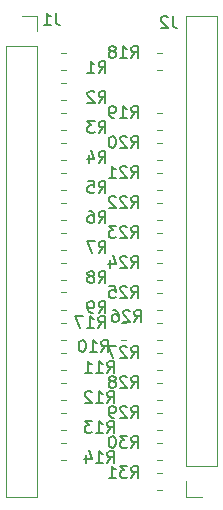
<source format=gbr>
%TF.GenerationSoftware,KiCad,Pcbnew,(6.0.10)*%
%TF.CreationDate,2022-12-29T18:40:38+01:00*%
%TF.ProjectId,DS1245Y_FRAM,44533132-3435-4595-9f46-52414d2e6b69,rev?*%
%TF.SameCoordinates,Original*%
%TF.FileFunction,Legend,Bot*%
%TF.FilePolarity,Positive*%
%FSLAX46Y46*%
G04 Gerber Fmt 4.6, Leading zero omitted, Abs format (unit mm)*
G04 Created by KiCad (PCBNEW (6.0.10)) date 2022-12-29 18:40:38*
%MOMM*%
%LPD*%
G01*
G04 APERTURE LIST*
%ADD10C,0.150000*%
%ADD11C,0.120000*%
G04 APERTURE END LIST*
D10*
%TO.C,R12*%
X58554857Y-82748380D02*
X58888190Y-82272190D01*
X59126285Y-82748380D02*
X59126285Y-81748380D01*
X58745333Y-81748380D01*
X58650095Y-81796000D01*
X58602476Y-81843619D01*
X58554857Y-81938857D01*
X58554857Y-82081714D01*
X58602476Y-82176952D01*
X58650095Y-82224571D01*
X58745333Y-82272190D01*
X59126285Y-82272190D01*
X57602476Y-82748380D02*
X58173904Y-82748380D01*
X57888190Y-82748380D02*
X57888190Y-81748380D01*
X57983428Y-81891238D01*
X58078666Y-81986476D01*
X58173904Y-82034095D01*
X57221523Y-81843619D02*
X57173904Y-81796000D01*
X57078666Y-81748380D01*
X56840571Y-81748380D01*
X56745333Y-81796000D01*
X56697714Y-81843619D01*
X56650095Y-81938857D01*
X56650095Y-82034095D01*
X56697714Y-82176952D01*
X57269142Y-82748380D01*
X56650095Y-82748380D01*
%TO.C,J1*%
X54181333Y-49744380D02*
X54181333Y-50458666D01*
X54228952Y-50601523D01*
X54324190Y-50696761D01*
X54467047Y-50744380D01*
X54562285Y-50744380D01*
X53181333Y-50744380D02*
X53752761Y-50744380D01*
X53467047Y-50744380D02*
X53467047Y-49744380D01*
X53562285Y-49887238D01*
X53657523Y-49982476D01*
X53752761Y-50030095D01*
%TO.C,R14*%
X58554857Y-87828380D02*
X58888190Y-87352190D01*
X59126285Y-87828380D02*
X59126285Y-86828380D01*
X58745333Y-86828380D01*
X58650095Y-86876000D01*
X58602476Y-86923619D01*
X58554857Y-87018857D01*
X58554857Y-87161714D01*
X58602476Y-87256952D01*
X58650095Y-87304571D01*
X58745333Y-87352190D01*
X59126285Y-87352190D01*
X57602476Y-87828380D02*
X58173904Y-87828380D01*
X57888190Y-87828380D02*
X57888190Y-86828380D01*
X57983428Y-86971238D01*
X58078666Y-87066476D01*
X58173904Y-87114095D01*
X56745333Y-87161714D02*
X56745333Y-87828380D01*
X56983428Y-86780761D02*
X57221523Y-87495047D01*
X56602476Y-87495047D01*
%TO.C,R4*%
X57824666Y-62428380D02*
X58158000Y-61952190D01*
X58396095Y-62428380D02*
X58396095Y-61428380D01*
X58015142Y-61428380D01*
X57919904Y-61476000D01*
X57872285Y-61523619D01*
X57824666Y-61618857D01*
X57824666Y-61761714D01*
X57872285Y-61856952D01*
X57919904Y-61904571D01*
X58015142Y-61952190D01*
X58396095Y-61952190D01*
X56967523Y-61761714D02*
X56967523Y-62428380D01*
X57205619Y-61380761D02*
X57443714Y-62095047D01*
X56824666Y-62095047D01*
%TO.C,R11*%
X58554857Y-80208380D02*
X58888190Y-79732190D01*
X59126285Y-80208380D02*
X59126285Y-79208380D01*
X58745333Y-79208380D01*
X58650095Y-79256000D01*
X58602476Y-79303619D01*
X58554857Y-79398857D01*
X58554857Y-79541714D01*
X58602476Y-79636952D01*
X58650095Y-79684571D01*
X58745333Y-79732190D01*
X59126285Y-79732190D01*
X57602476Y-80208380D02*
X58173904Y-80208380D01*
X57888190Y-80208380D02*
X57888190Y-79208380D01*
X57983428Y-79351238D01*
X58078666Y-79446476D01*
X58173904Y-79494095D01*
X56650095Y-80208380D02*
X57221523Y-80208380D01*
X56935809Y-80208380D02*
X56935809Y-79208380D01*
X57031047Y-79351238D01*
X57126285Y-79446476D01*
X57221523Y-79494095D01*
%TO.C,R18*%
X60586857Y-53538380D02*
X60920190Y-53062190D01*
X61158285Y-53538380D02*
X61158285Y-52538380D01*
X60777333Y-52538380D01*
X60682095Y-52586000D01*
X60634476Y-52633619D01*
X60586857Y-52728857D01*
X60586857Y-52871714D01*
X60634476Y-52966952D01*
X60682095Y-53014571D01*
X60777333Y-53062190D01*
X61158285Y-53062190D01*
X59634476Y-53538380D02*
X60205904Y-53538380D01*
X59920190Y-53538380D02*
X59920190Y-52538380D01*
X60015428Y-52681238D01*
X60110666Y-52776476D01*
X60205904Y-52824095D01*
X59063047Y-52966952D02*
X59158285Y-52919333D01*
X59205904Y-52871714D01*
X59253523Y-52776476D01*
X59253523Y-52728857D01*
X59205904Y-52633619D01*
X59158285Y-52586000D01*
X59063047Y-52538380D01*
X58872571Y-52538380D01*
X58777333Y-52586000D01*
X58729714Y-52633619D01*
X58682095Y-52728857D01*
X58682095Y-52776476D01*
X58729714Y-52871714D01*
X58777333Y-52919333D01*
X58872571Y-52966952D01*
X59063047Y-52966952D01*
X59158285Y-53014571D01*
X59205904Y-53062190D01*
X59253523Y-53157428D01*
X59253523Y-53347904D01*
X59205904Y-53443142D01*
X59158285Y-53490761D01*
X59063047Y-53538380D01*
X58872571Y-53538380D01*
X58777333Y-53490761D01*
X58729714Y-53443142D01*
X58682095Y-53347904D01*
X58682095Y-53157428D01*
X58729714Y-53062190D01*
X58777333Y-53014571D01*
X58872571Y-52966952D01*
%TO.C,R31*%
X60586857Y-89098380D02*
X60920190Y-88622190D01*
X61158285Y-89098380D02*
X61158285Y-88098380D01*
X60777333Y-88098380D01*
X60682095Y-88146000D01*
X60634476Y-88193619D01*
X60586857Y-88288857D01*
X60586857Y-88431714D01*
X60634476Y-88526952D01*
X60682095Y-88574571D01*
X60777333Y-88622190D01*
X61158285Y-88622190D01*
X60253523Y-88098380D02*
X59634476Y-88098380D01*
X59967809Y-88479333D01*
X59824952Y-88479333D01*
X59729714Y-88526952D01*
X59682095Y-88574571D01*
X59634476Y-88669809D01*
X59634476Y-88907904D01*
X59682095Y-89003142D01*
X59729714Y-89050761D01*
X59824952Y-89098380D01*
X60110666Y-89098380D01*
X60205904Y-89050761D01*
X60253523Y-89003142D01*
X58682095Y-89098380D02*
X59253523Y-89098380D01*
X58967809Y-89098380D02*
X58967809Y-88098380D01*
X59063047Y-88241238D01*
X59158285Y-88336476D01*
X59253523Y-88384095D01*
%TO.C,R28*%
X60586857Y-81478380D02*
X60920190Y-81002190D01*
X61158285Y-81478380D02*
X61158285Y-80478380D01*
X60777333Y-80478380D01*
X60682095Y-80526000D01*
X60634476Y-80573619D01*
X60586857Y-80668857D01*
X60586857Y-80811714D01*
X60634476Y-80906952D01*
X60682095Y-80954571D01*
X60777333Y-81002190D01*
X61158285Y-81002190D01*
X60205904Y-80573619D02*
X60158285Y-80526000D01*
X60063047Y-80478380D01*
X59824952Y-80478380D01*
X59729714Y-80526000D01*
X59682095Y-80573619D01*
X59634476Y-80668857D01*
X59634476Y-80764095D01*
X59682095Y-80906952D01*
X60253523Y-81478380D01*
X59634476Y-81478380D01*
X59063047Y-80906952D02*
X59158285Y-80859333D01*
X59205904Y-80811714D01*
X59253523Y-80716476D01*
X59253523Y-80668857D01*
X59205904Y-80573619D01*
X59158285Y-80526000D01*
X59063047Y-80478380D01*
X58872571Y-80478380D01*
X58777333Y-80526000D01*
X58729714Y-80573619D01*
X58682095Y-80668857D01*
X58682095Y-80716476D01*
X58729714Y-80811714D01*
X58777333Y-80859333D01*
X58872571Y-80906952D01*
X59063047Y-80906952D01*
X59158285Y-80954571D01*
X59205904Y-81002190D01*
X59253523Y-81097428D01*
X59253523Y-81287904D01*
X59205904Y-81383142D01*
X59158285Y-81430761D01*
X59063047Y-81478380D01*
X58872571Y-81478380D01*
X58777333Y-81430761D01*
X58729714Y-81383142D01*
X58682095Y-81287904D01*
X58682095Y-81097428D01*
X58729714Y-81002190D01*
X58777333Y-80954571D01*
X58872571Y-80906952D01*
%TO.C,R21*%
X60586857Y-63698380D02*
X60920190Y-63222190D01*
X61158285Y-63698380D02*
X61158285Y-62698380D01*
X60777333Y-62698380D01*
X60682095Y-62746000D01*
X60634476Y-62793619D01*
X60586857Y-62888857D01*
X60586857Y-63031714D01*
X60634476Y-63126952D01*
X60682095Y-63174571D01*
X60777333Y-63222190D01*
X61158285Y-63222190D01*
X60205904Y-62793619D02*
X60158285Y-62746000D01*
X60063047Y-62698380D01*
X59824952Y-62698380D01*
X59729714Y-62746000D01*
X59682095Y-62793619D01*
X59634476Y-62888857D01*
X59634476Y-62984095D01*
X59682095Y-63126952D01*
X60253523Y-63698380D01*
X59634476Y-63698380D01*
X58682095Y-63698380D02*
X59253523Y-63698380D01*
X58967809Y-63698380D02*
X58967809Y-62698380D01*
X59063047Y-62841238D01*
X59158285Y-62936476D01*
X59253523Y-62984095D01*
%TO.C,R27*%
X60586857Y-78938380D02*
X60920190Y-78462190D01*
X61158285Y-78938380D02*
X61158285Y-77938380D01*
X60777333Y-77938380D01*
X60682095Y-77986000D01*
X60634476Y-78033619D01*
X60586857Y-78128857D01*
X60586857Y-78271714D01*
X60634476Y-78366952D01*
X60682095Y-78414571D01*
X60777333Y-78462190D01*
X61158285Y-78462190D01*
X60205904Y-78033619D02*
X60158285Y-77986000D01*
X60063047Y-77938380D01*
X59824952Y-77938380D01*
X59729714Y-77986000D01*
X59682095Y-78033619D01*
X59634476Y-78128857D01*
X59634476Y-78224095D01*
X59682095Y-78366952D01*
X60253523Y-78938380D01*
X59634476Y-78938380D01*
X59301142Y-77938380D02*
X58634476Y-77938380D01*
X59063047Y-78938380D01*
%TO.C,R23*%
X60586857Y-68778380D02*
X60920190Y-68302190D01*
X61158285Y-68778380D02*
X61158285Y-67778380D01*
X60777333Y-67778380D01*
X60682095Y-67826000D01*
X60634476Y-67873619D01*
X60586857Y-67968857D01*
X60586857Y-68111714D01*
X60634476Y-68206952D01*
X60682095Y-68254571D01*
X60777333Y-68302190D01*
X61158285Y-68302190D01*
X60205904Y-67873619D02*
X60158285Y-67826000D01*
X60063047Y-67778380D01*
X59824952Y-67778380D01*
X59729714Y-67826000D01*
X59682095Y-67873619D01*
X59634476Y-67968857D01*
X59634476Y-68064095D01*
X59682095Y-68206952D01*
X60253523Y-68778380D01*
X59634476Y-68778380D01*
X59301142Y-67778380D02*
X58682095Y-67778380D01*
X59015428Y-68159333D01*
X58872571Y-68159333D01*
X58777333Y-68206952D01*
X58729714Y-68254571D01*
X58682095Y-68349809D01*
X58682095Y-68587904D01*
X58729714Y-68683142D01*
X58777333Y-68730761D01*
X58872571Y-68778380D01*
X59158285Y-68778380D01*
X59253523Y-68730761D01*
X59301142Y-68683142D01*
%TO.C,R17*%
X57792857Y-76398380D02*
X58126190Y-75922190D01*
X58364285Y-76398380D02*
X58364285Y-75398380D01*
X57983333Y-75398380D01*
X57888095Y-75446000D01*
X57840476Y-75493619D01*
X57792857Y-75588857D01*
X57792857Y-75731714D01*
X57840476Y-75826952D01*
X57888095Y-75874571D01*
X57983333Y-75922190D01*
X58364285Y-75922190D01*
X56840476Y-76398380D02*
X57411904Y-76398380D01*
X57126190Y-76398380D02*
X57126190Y-75398380D01*
X57221428Y-75541238D01*
X57316666Y-75636476D01*
X57411904Y-75684095D01*
X56507142Y-75398380D02*
X55840476Y-75398380D01*
X56269047Y-76398380D01*
%TO.C,R19*%
X60586857Y-58618380D02*
X60920190Y-58142190D01*
X61158285Y-58618380D02*
X61158285Y-57618380D01*
X60777333Y-57618380D01*
X60682095Y-57666000D01*
X60634476Y-57713619D01*
X60586857Y-57808857D01*
X60586857Y-57951714D01*
X60634476Y-58046952D01*
X60682095Y-58094571D01*
X60777333Y-58142190D01*
X61158285Y-58142190D01*
X59634476Y-58618380D02*
X60205904Y-58618380D01*
X59920190Y-58618380D02*
X59920190Y-57618380D01*
X60015428Y-57761238D01*
X60110666Y-57856476D01*
X60205904Y-57904095D01*
X59158285Y-58618380D02*
X58967809Y-58618380D01*
X58872571Y-58570761D01*
X58824952Y-58523142D01*
X58729714Y-58380285D01*
X58682095Y-58189809D01*
X58682095Y-57808857D01*
X58729714Y-57713619D01*
X58777333Y-57666000D01*
X58872571Y-57618380D01*
X59063047Y-57618380D01*
X59158285Y-57666000D01*
X59205904Y-57713619D01*
X59253523Y-57808857D01*
X59253523Y-58046952D01*
X59205904Y-58142190D01*
X59158285Y-58189809D01*
X59063047Y-58237428D01*
X58872571Y-58237428D01*
X58777333Y-58189809D01*
X58729714Y-58142190D01*
X58682095Y-58046952D01*
%TO.C,R26*%
X60840857Y-75890380D02*
X61174190Y-75414190D01*
X61412285Y-75890380D02*
X61412285Y-74890380D01*
X61031333Y-74890380D01*
X60936095Y-74938000D01*
X60888476Y-74985619D01*
X60840857Y-75080857D01*
X60840857Y-75223714D01*
X60888476Y-75318952D01*
X60936095Y-75366571D01*
X61031333Y-75414190D01*
X61412285Y-75414190D01*
X60459904Y-74985619D02*
X60412285Y-74938000D01*
X60317047Y-74890380D01*
X60078952Y-74890380D01*
X59983714Y-74938000D01*
X59936095Y-74985619D01*
X59888476Y-75080857D01*
X59888476Y-75176095D01*
X59936095Y-75318952D01*
X60507523Y-75890380D01*
X59888476Y-75890380D01*
X59031333Y-74890380D02*
X59221809Y-74890380D01*
X59317047Y-74938000D01*
X59364666Y-74985619D01*
X59459904Y-75128476D01*
X59507523Y-75318952D01*
X59507523Y-75699904D01*
X59459904Y-75795142D01*
X59412285Y-75842761D01*
X59317047Y-75890380D01*
X59126571Y-75890380D01*
X59031333Y-75842761D01*
X58983714Y-75795142D01*
X58936095Y-75699904D01*
X58936095Y-75461809D01*
X58983714Y-75366571D01*
X59031333Y-75318952D01*
X59126571Y-75271333D01*
X59317047Y-75271333D01*
X59412285Y-75318952D01*
X59459904Y-75366571D01*
X59507523Y-75461809D01*
%TO.C,R29*%
X60586857Y-84018380D02*
X60920190Y-83542190D01*
X61158285Y-84018380D02*
X61158285Y-83018380D01*
X60777333Y-83018380D01*
X60682095Y-83066000D01*
X60634476Y-83113619D01*
X60586857Y-83208857D01*
X60586857Y-83351714D01*
X60634476Y-83446952D01*
X60682095Y-83494571D01*
X60777333Y-83542190D01*
X61158285Y-83542190D01*
X60205904Y-83113619D02*
X60158285Y-83066000D01*
X60063047Y-83018380D01*
X59824952Y-83018380D01*
X59729714Y-83066000D01*
X59682095Y-83113619D01*
X59634476Y-83208857D01*
X59634476Y-83304095D01*
X59682095Y-83446952D01*
X60253523Y-84018380D01*
X59634476Y-84018380D01*
X59158285Y-84018380D02*
X58967809Y-84018380D01*
X58872571Y-83970761D01*
X58824952Y-83923142D01*
X58729714Y-83780285D01*
X58682095Y-83589809D01*
X58682095Y-83208857D01*
X58729714Y-83113619D01*
X58777333Y-83066000D01*
X58872571Y-83018380D01*
X59063047Y-83018380D01*
X59158285Y-83066000D01*
X59205904Y-83113619D01*
X59253523Y-83208857D01*
X59253523Y-83446952D01*
X59205904Y-83542190D01*
X59158285Y-83589809D01*
X59063047Y-83637428D01*
X58872571Y-83637428D01*
X58777333Y-83589809D01*
X58729714Y-83542190D01*
X58682095Y-83446952D01*
%TO.C,R8*%
X57824666Y-72588380D02*
X58158000Y-72112190D01*
X58396095Y-72588380D02*
X58396095Y-71588380D01*
X58015142Y-71588380D01*
X57919904Y-71636000D01*
X57872285Y-71683619D01*
X57824666Y-71778857D01*
X57824666Y-71921714D01*
X57872285Y-72016952D01*
X57919904Y-72064571D01*
X58015142Y-72112190D01*
X58396095Y-72112190D01*
X57253238Y-72016952D02*
X57348476Y-71969333D01*
X57396095Y-71921714D01*
X57443714Y-71826476D01*
X57443714Y-71778857D01*
X57396095Y-71683619D01*
X57348476Y-71636000D01*
X57253238Y-71588380D01*
X57062761Y-71588380D01*
X56967523Y-71636000D01*
X56919904Y-71683619D01*
X56872285Y-71778857D01*
X56872285Y-71826476D01*
X56919904Y-71921714D01*
X56967523Y-71969333D01*
X57062761Y-72016952D01*
X57253238Y-72016952D01*
X57348476Y-72064571D01*
X57396095Y-72112190D01*
X57443714Y-72207428D01*
X57443714Y-72397904D01*
X57396095Y-72493142D01*
X57348476Y-72540761D01*
X57253238Y-72588380D01*
X57062761Y-72588380D01*
X56967523Y-72540761D01*
X56919904Y-72493142D01*
X56872285Y-72397904D01*
X56872285Y-72207428D01*
X56919904Y-72112190D01*
X56967523Y-72064571D01*
X57062761Y-72016952D01*
%TO.C,R25*%
X60586857Y-73858380D02*
X60920190Y-73382190D01*
X61158285Y-73858380D02*
X61158285Y-72858380D01*
X60777333Y-72858380D01*
X60682095Y-72906000D01*
X60634476Y-72953619D01*
X60586857Y-73048857D01*
X60586857Y-73191714D01*
X60634476Y-73286952D01*
X60682095Y-73334571D01*
X60777333Y-73382190D01*
X61158285Y-73382190D01*
X60205904Y-72953619D02*
X60158285Y-72906000D01*
X60063047Y-72858380D01*
X59824952Y-72858380D01*
X59729714Y-72906000D01*
X59682095Y-72953619D01*
X59634476Y-73048857D01*
X59634476Y-73144095D01*
X59682095Y-73286952D01*
X60253523Y-73858380D01*
X59634476Y-73858380D01*
X58729714Y-72858380D02*
X59205904Y-72858380D01*
X59253523Y-73334571D01*
X59205904Y-73286952D01*
X59110666Y-73239333D01*
X58872571Y-73239333D01*
X58777333Y-73286952D01*
X58729714Y-73334571D01*
X58682095Y-73429809D01*
X58682095Y-73667904D01*
X58729714Y-73763142D01*
X58777333Y-73810761D01*
X58872571Y-73858380D01*
X59110666Y-73858380D01*
X59205904Y-73810761D01*
X59253523Y-73763142D01*
%TO.C,R10*%
X58046857Y-78430380D02*
X58380190Y-77954190D01*
X58618285Y-78430380D02*
X58618285Y-77430380D01*
X58237333Y-77430380D01*
X58142095Y-77478000D01*
X58094476Y-77525619D01*
X58046857Y-77620857D01*
X58046857Y-77763714D01*
X58094476Y-77858952D01*
X58142095Y-77906571D01*
X58237333Y-77954190D01*
X58618285Y-77954190D01*
X57094476Y-78430380D02*
X57665904Y-78430380D01*
X57380190Y-78430380D02*
X57380190Y-77430380D01*
X57475428Y-77573238D01*
X57570666Y-77668476D01*
X57665904Y-77716095D01*
X56475428Y-77430380D02*
X56380190Y-77430380D01*
X56284952Y-77478000D01*
X56237333Y-77525619D01*
X56189714Y-77620857D01*
X56142095Y-77811333D01*
X56142095Y-78049428D01*
X56189714Y-78239904D01*
X56237333Y-78335142D01*
X56284952Y-78382761D01*
X56380190Y-78430380D01*
X56475428Y-78430380D01*
X56570666Y-78382761D01*
X56618285Y-78335142D01*
X56665904Y-78239904D01*
X56713523Y-78049428D01*
X56713523Y-77811333D01*
X56665904Y-77620857D01*
X56618285Y-77525619D01*
X56570666Y-77478000D01*
X56475428Y-77430380D01*
%TO.C,R5*%
X57824666Y-64968380D02*
X58158000Y-64492190D01*
X58396095Y-64968380D02*
X58396095Y-63968380D01*
X58015142Y-63968380D01*
X57919904Y-64016000D01*
X57872285Y-64063619D01*
X57824666Y-64158857D01*
X57824666Y-64301714D01*
X57872285Y-64396952D01*
X57919904Y-64444571D01*
X58015142Y-64492190D01*
X58396095Y-64492190D01*
X56919904Y-63968380D02*
X57396095Y-63968380D01*
X57443714Y-64444571D01*
X57396095Y-64396952D01*
X57300857Y-64349333D01*
X57062761Y-64349333D01*
X56967523Y-64396952D01*
X56919904Y-64444571D01*
X56872285Y-64539809D01*
X56872285Y-64777904D01*
X56919904Y-64873142D01*
X56967523Y-64920761D01*
X57062761Y-64968380D01*
X57300857Y-64968380D01*
X57396095Y-64920761D01*
X57443714Y-64873142D01*
%TO.C,R1*%
X57824666Y-54808380D02*
X58158000Y-54332190D01*
X58396095Y-54808380D02*
X58396095Y-53808380D01*
X58015142Y-53808380D01*
X57919904Y-53856000D01*
X57872285Y-53903619D01*
X57824666Y-53998857D01*
X57824666Y-54141714D01*
X57872285Y-54236952D01*
X57919904Y-54284571D01*
X58015142Y-54332190D01*
X58396095Y-54332190D01*
X56872285Y-54808380D02*
X57443714Y-54808380D01*
X57158000Y-54808380D02*
X57158000Y-53808380D01*
X57253238Y-53951238D01*
X57348476Y-54046476D01*
X57443714Y-54094095D01*
%TO.C,R3*%
X57824666Y-59888380D02*
X58158000Y-59412190D01*
X58396095Y-59888380D02*
X58396095Y-58888380D01*
X58015142Y-58888380D01*
X57919904Y-58936000D01*
X57872285Y-58983619D01*
X57824666Y-59078857D01*
X57824666Y-59221714D01*
X57872285Y-59316952D01*
X57919904Y-59364571D01*
X58015142Y-59412190D01*
X58396095Y-59412190D01*
X57491333Y-58888380D02*
X56872285Y-58888380D01*
X57205619Y-59269333D01*
X57062761Y-59269333D01*
X56967523Y-59316952D01*
X56919904Y-59364571D01*
X56872285Y-59459809D01*
X56872285Y-59697904D01*
X56919904Y-59793142D01*
X56967523Y-59840761D01*
X57062761Y-59888380D01*
X57348476Y-59888380D01*
X57443714Y-59840761D01*
X57491333Y-59793142D01*
%TO.C,R20*%
X60586857Y-61158380D02*
X60920190Y-60682190D01*
X61158285Y-61158380D02*
X61158285Y-60158380D01*
X60777333Y-60158380D01*
X60682095Y-60206000D01*
X60634476Y-60253619D01*
X60586857Y-60348857D01*
X60586857Y-60491714D01*
X60634476Y-60586952D01*
X60682095Y-60634571D01*
X60777333Y-60682190D01*
X61158285Y-60682190D01*
X60205904Y-60253619D02*
X60158285Y-60206000D01*
X60063047Y-60158380D01*
X59824952Y-60158380D01*
X59729714Y-60206000D01*
X59682095Y-60253619D01*
X59634476Y-60348857D01*
X59634476Y-60444095D01*
X59682095Y-60586952D01*
X60253523Y-61158380D01*
X59634476Y-61158380D01*
X59015428Y-60158380D02*
X58920190Y-60158380D01*
X58824952Y-60206000D01*
X58777333Y-60253619D01*
X58729714Y-60348857D01*
X58682095Y-60539333D01*
X58682095Y-60777428D01*
X58729714Y-60967904D01*
X58777333Y-61063142D01*
X58824952Y-61110761D01*
X58920190Y-61158380D01*
X59015428Y-61158380D01*
X59110666Y-61110761D01*
X59158285Y-61063142D01*
X59205904Y-60967904D01*
X59253523Y-60777428D01*
X59253523Y-60539333D01*
X59205904Y-60348857D01*
X59158285Y-60253619D01*
X59110666Y-60206000D01*
X59015428Y-60158380D01*
%TO.C,R13*%
X58554857Y-85288380D02*
X58888190Y-84812190D01*
X59126285Y-85288380D02*
X59126285Y-84288380D01*
X58745333Y-84288380D01*
X58650095Y-84336000D01*
X58602476Y-84383619D01*
X58554857Y-84478857D01*
X58554857Y-84621714D01*
X58602476Y-84716952D01*
X58650095Y-84764571D01*
X58745333Y-84812190D01*
X59126285Y-84812190D01*
X57602476Y-85288380D02*
X58173904Y-85288380D01*
X57888190Y-85288380D02*
X57888190Y-84288380D01*
X57983428Y-84431238D01*
X58078666Y-84526476D01*
X58173904Y-84574095D01*
X57269142Y-84288380D02*
X56650095Y-84288380D01*
X56983428Y-84669333D01*
X56840571Y-84669333D01*
X56745333Y-84716952D01*
X56697714Y-84764571D01*
X56650095Y-84859809D01*
X56650095Y-85097904D01*
X56697714Y-85193142D01*
X56745333Y-85240761D01*
X56840571Y-85288380D01*
X57126285Y-85288380D01*
X57221523Y-85240761D01*
X57269142Y-85193142D01*
%TO.C,R9*%
X57824666Y-75128380D02*
X58158000Y-74652190D01*
X58396095Y-75128380D02*
X58396095Y-74128380D01*
X58015142Y-74128380D01*
X57919904Y-74176000D01*
X57872285Y-74223619D01*
X57824666Y-74318857D01*
X57824666Y-74461714D01*
X57872285Y-74556952D01*
X57919904Y-74604571D01*
X58015142Y-74652190D01*
X58396095Y-74652190D01*
X57348476Y-75128380D02*
X57158000Y-75128380D01*
X57062761Y-75080761D01*
X57015142Y-75033142D01*
X56919904Y-74890285D01*
X56872285Y-74699809D01*
X56872285Y-74318857D01*
X56919904Y-74223619D01*
X56967523Y-74176000D01*
X57062761Y-74128380D01*
X57253238Y-74128380D01*
X57348476Y-74176000D01*
X57396095Y-74223619D01*
X57443714Y-74318857D01*
X57443714Y-74556952D01*
X57396095Y-74652190D01*
X57348476Y-74699809D01*
X57253238Y-74747428D01*
X57062761Y-74747428D01*
X56967523Y-74699809D01*
X56919904Y-74652190D01*
X56872285Y-74556952D01*
%TO.C,R2*%
X57824666Y-57348380D02*
X58158000Y-56872190D01*
X58396095Y-57348380D02*
X58396095Y-56348380D01*
X58015142Y-56348380D01*
X57919904Y-56396000D01*
X57872285Y-56443619D01*
X57824666Y-56538857D01*
X57824666Y-56681714D01*
X57872285Y-56776952D01*
X57919904Y-56824571D01*
X58015142Y-56872190D01*
X58396095Y-56872190D01*
X57443714Y-56443619D02*
X57396095Y-56396000D01*
X57300857Y-56348380D01*
X57062761Y-56348380D01*
X56967523Y-56396000D01*
X56919904Y-56443619D01*
X56872285Y-56538857D01*
X56872285Y-56634095D01*
X56919904Y-56776952D01*
X57491333Y-57348380D01*
X56872285Y-57348380D01*
%TO.C,R7*%
X57824666Y-70048380D02*
X58158000Y-69572190D01*
X58396095Y-70048380D02*
X58396095Y-69048380D01*
X58015142Y-69048380D01*
X57919904Y-69096000D01*
X57872285Y-69143619D01*
X57824666Y-69238857D01*
X57824666Y-69381714D01*
X57872285Y-69476952D01*
X57919904Y-69524571D01*
X58015142Y-69572190D01*
X58396095Y-69572190D01*
X57491333Y-69048380D02*
X56824666Y-69048380D01*
X57253238Y-70048380D01*
%TO.C,J2*%
X64087333Y-49998380D02*
X64087333Y-50712666D01*
X64134952Y-50855523D01*
X64230190Y-50950761D01*
X64373047Y-50998380D01*
X64468285Y-50998380D01*
X63658761Y-50093619D02*
X63611142Y-50046000D01*
X63515904Y-49998380D01*
X63277809Y-49998380D01*
X63182571Y-50046000D01*
X63134952Y-50093619D01*
X63087333Y-50188857D01*
X63087333Y-50284095D01*
X63134952Y-50426952D01*
X63706380Y-50998380D01*
X63087333Y-50998380D01*
%TO.C,R24*%
X60586857Y-71318380D02*
X60920190Y-70842190D01*
X61158285Y-71318380D02*
X61158285Y-70318380D01*
X60777333Y-70318380D01*
X60682095Y-70366000D01*
X60634476Y-70413619D01*
X60586857Y-70508857D01*
X60586857Y-70651714D01*
X60634476Y-70746952D01*
X60682095Y-70794571D01*
X60777333Y-70842190D01*
X61158285Y-70842190D01*
X60205904Y-70413619D02*
X60158285Y-70366000D01*
X60063047Y-70318380D01*
X59824952Y-70318380D01*
X59729714Y-70366000D01*
X59682095Y-70413619D01*
X59634476Y-70508857D01*
X59634476Y-70604095D01*
X59682095Y-70746952D01*
X60253523Y-71318380D01*
X59634476Y-71318380D01*
X58777333Y-70651714D02*
X58777333Y-71318380D01*
X59015428Y-70270761D02*
X59253523Y-70985047D01*
X58634476Y-70985047D01*
%TO.C,R30*%
X60586857Y-86558380D02*
X60920190Y-86082190D01*
X61158285Y-86558380D02*
X61158285Y-85558380D01*
X60777333Y-85558380D01*
X60682095Y-85606000D01*
X60634476Y-85653619D01*
X60586857Y-85748857D01*
X60586857Y-85891714D01*
X60634476Y-85986952D01*
X60682095Y-86034571D01*
X60777333Y-86082190D01*
X61158285Y-86082190D01*
X60253523Y-85558380D02*
X59634476Y-85558380D01*
X59967809Y-85939333D01*
X59824952Y-85939333D01*
X59729714Y-85986952D01*
X59682095Y-86034571D01*
X59634476Y-86129809D01*
X59634476Y-86367904D01*
X59682095Y-86463142D01*
X59729714Y-86510761D01*
X59824952Y-86558380D01*
X60110666Y-86558380D01*
X60205904Y-86510761D01*
X60253523Y-86463142D01*
X59015428Y-85558380D02*
X58920190Y-85558380D01*
X58824952Y-85606000D01*
X58777333Y-85653619D01*
X58729714Y-85748857D01*
X58682095Y-85939333D01*
X58682095Y-86177428D01*
X58729714Y-86367904D01*
X58777333Y-86463142D01*
X58824952Y-86510761D01*
X58920190Y-86558380D01*
X59015428Y-86558380D01*
X59110666Y-86510761D01*
X59158285Y-86463142D01*
X59205904Y-86367904D01*
X59253523Y-86177428D01*
X59253523Y-85939333D01*
X59205904Y-85748857D01*
X59158285Y-85653619D01*
X59110666Y-85606000D01*
X59015428Y-85558380D01*
%TO.C,R6*%
X57824666Y-67508380D02*
X58158000Y-67032190D01*
X58396095Y-67508380D02*
X58396095Y-66508380D01*
X58015142Y-66508380D01*
X57919904Y-66556000D01*
X57872285Y-66603619D01*
X57824666Y-66698857D01*
X57824666Y-66841714D01*
X57872285Y-66936952D01*
X57919904Y-66984571D01*
X58015142Y-67032190D01*
X58396095Y-67032190D01*
X56967523Y-66508380D02*
X57158000Y-66508380D01*
X57253238Y-66556000D01*
X57300857Y-66603619D01*
X57396095Y-66746476D01*
X57443714Y-66936952D01*
X57443714Y-67317904D01*
X57396095Y-67413142D01*
X57348476Y-67460761D01*
X57253238Y-67508380D01*
X57062761Y-67508380D01*
X56967523Y-67460761D01*
X56919904Y-67413142D01*
X56872285Y-67317904D01*
X56872285Y-67079809D01*
X56919904Y-66984571D01*
X56967523Y-66936952D01*
X57062761Y-66889333D01*
X57253238Y-66889333D01*
X57348476Y-66936952D01*
X57396095Y-66984571D01*
X57443714Y-67079809D01*
%TO.C,R22*%
X60586857Y-66238380D02*
X60920190Y-65762190D01*
X61158285Y-66238380D02*
X61158285Y-65238380D01*
X60777333Y-65238380D01*
X60682095Y-65286000D01*
X60634476Y-65333619D01*
X60586857Y-65428857D01*
X60586857Y-65571714D01*
X60634476Y-65666952D01*
X60682095Y-65714571D01*
X60777333Y-65762190D01*
X61158285Y-65762190D01*
X60205904Y-65333619D02*
X60158285Y-65286000D01*
X60063047Y-65238380D01*
X59824952Y-65238380D01*
X59729714Y-65286000D01*
X59682095Y-65333619D01*
X59634476Y-65428857D01*
X59634476Y-65524095D01*
X59682095Y-65666952D01*
X60253523Y-66238380D01*
X59634476Y-66238380D01*
X59253523Y-65333619D02*
X59205904Y-65286000D01*
X59110666Y-65238380D01*
X58872571Y-65238380D01*
X58777333Y-65286000D01*
X58729714Y-65333619D01*
X58682095Y-65428857D01*
X58682095Y-65524095D01*
X58729714Y-65666952D01*
X59301142Y-66238380D01*
X58682095Y-66238380D01*
D11*
%TO.C,R12*%
X54636936Y-82523000D02*
X55091064Y-82523000D01*
X54636936Y-81053000D02*
X55091064Y-81053000D01*
%TO.C,J1*%
X52638000Y-51308000D02*
X52638000Y-49978000D01*
X52638000Y-52578000D02*
X49978000Y-52578000D01*
X52638000Y-90738000D02*
X49978000Y-90738000D01*
X52638000Y-49978000D02*
X51308000Y-49978000D01*
X52638000Y-52578000D02*
X52638000Y-90738000D01*
X49978000Y-52578000D02*
X49978000Y-90738000D01*
%TO.C,R14*%
X54636936Y-86133000D02*
X55091064Y-86133000D01*
X54636936Y-87603000D02*
X55091064Y-87603000D01*
%TO.C,R4*%
X54636936Y-60733000D02*
X55091064Y-60733000D01*
X54636936Y-62203000D02*
X55091064Y-62203000D01*
%TO.C,R11*%
X54636936Y-79983000D02*
X55091064Y-79983000D01*
X54636936Y-78513000D02*
X55091064Y-78513000D01*
%TO.C,R18*%
X62764936Y-53113000D02*
X63219064Y-53113000D01*
X62764936Y-54583000D02*
X63219064Y-54583000D01*
%TO.C,R31*%
X62764936Y-90143000D02*
X63219064Y-90143000D01*
X62764936Y-88673000D02*
X63219064Y-88673000D01*
%TO.C,R28*%
X62764936Y-82523000D02*
X63219064Y-82523000D01*
X62764936Y-81053000D02*
X63219064Y-81053000D01*
%TO.C,R21*%
X62764936Y-64743000D02*
X63219064Y-64743000D01*
X62764936Y-63273000D02*
X63219064Y-63273000D01*
%TO.C,R27*%
X62764936Y-78513000D02*
X63219064Y-78513000D01*
X62764936Y-79983000D02*
X63219064Y-79983000D01*
%TO.C,R23*%
X62764936Y-69823000D02*
X63219064Y-69823000D01*
X62764936Y-68353000D02*
X63219064Y-68353000D01*
%TO.C,R17*%
X59716936Y-75973000D02*
X60171064Y-75973000D01*
X59716936Y-77443000D02*
X60171064Y-77443000D01*
%TO.C,R19*%
X62764936Y-58193000D02*
X63219064Y-58193000D01*
X62764936Y-59663000D02*
X63219064Y-59663000D01*
%TO.C,R26*%
X62764936Y-77443000D02*
X63219064Y-77443000D01*
X62764936Y-75973000D02*
X63219064Y-75973000D01*
%TO.C,R29*%
X62764936Y-83593000D02*
X63219064Y-83593000D01*
X62764936Y-85063000D02*
X63219064Y-85063000D01*
%TO.C,R8*%
X54636936Y-70893000D02*
X55091064Y-70893000D01*
X54636936Y-72363000D02*
X55091064Y-72363000D01*
%TO.C,R25*%
X62764936Y-74903000D02*
X63219064Y-74903000D01*
X62764936Y-73433000D02*
X63219064Y-73433000D01*
%TO.C,R10*%
X54636936Y-77443000D02*
X55091064Y-77443000D01*
X54636936Y-75973000D02*
X55091064Y-75973000D01*
%TO.C,R5*%
X54636936Y-64743000D02*
X55091064Y-64743000D01*
X54636936Y-63273000D02*
X55091064Y-63273000D01*
%TO.C,R1*%
X54636936Y-54583000D02*
X55091064Y-54583000D01*
X54636936Y-53113000D02*
X55091064Y-53113000D01*
%TO.C,R3*%
X54636936Y-58193000D02*
X55091064Y-58193000D01*
X54636936Y-59663000D02*
X55091064Y-59663000D01*
%TO.C,R20*%
X62764936Y-62203000D02*
X63219064Y-62203000D01*
X62764936Y-60733000D02*
X63219064Y-60733000D01*
%TO.C,R13*%
X54636936Y-83593000D02*
X55091064Y-83593000D01*
X54636936Y-85063000D02*
X55091064Y-85063000D01*
%TO.C,R9*%
X54636936Y-73403000D02*
X55091064Y-73403000D01*
X54636936Y-74873000D02*
X55091064Y-74873000D01*
%TO.C,R2*%
X54636936Y-55653000D02*
X55091064Y-55653000D01*
X54636936Y-57123000D02*
X55091064Y-57123000D01*
%TO.C,R7*%
X54636936Y-68353000D02*
X55091064Y-68353000D01*
X54636936Y-69823000D02*
X55091064Y-69823000D01*
%TO.C,J2*%
X65218000Y-88138000D02*
X67878000Y-88138000D01*
X65218000Y-90738000D02*
X66548000Y-90738000D01*
X65218000Y-88138000D02*
X65218000Y-49978000D01*
X65218000Y-89408000D02*
X65218000Y-90738000D01*
X65218000Y-49978000D02*
X67878000Y-49978000D01*
X67878000Y-88138000D02*
X67878000Y-49978000D01*
%TO.C,R24*%
X62764936Y-72363000D02*
X63219064Y-72363000D01*
X62764936Y-70893000D02*
X63219064Y-70893000D01*
%TO.C,R30*%
X62764936Y-87603000D02*
X63219064Y-87603000D01*
X62764936Y-86133000D02*
X63219064Y-86133000D01*
%TO.C,R6*%
X54636936Y-67283000D02*
X55091064Y-67283000D01*
X54636936Y-65813000D02*
X55091064Y-65813000D01*
%TO.C,R22*%
X62764936Y-67283000D02*
X63219064Y-67283000D01*
X62764936Y-65813000D02*
X63219064Y-65813000D01*
%TD*%
M02*

</source>
